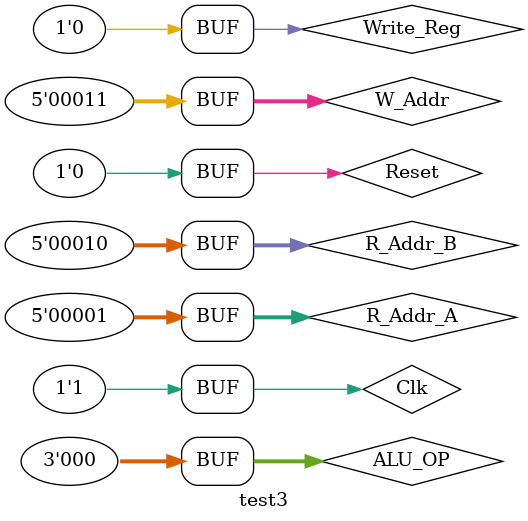
<source format=v>
`timescale 1ns / 1ps


module test3;

	// Inputs
	reg Clk;
	reg Reset;
	reg [4:0] R_Addr_A;
	reg [4:0] R_Addr_B;
	reg [4:0] W_Addr;
	reg Write_Reg;
	reg [2:0] ALU_OP;

	// Outputs
	wire ZF;
	wire OF;
	wire [31:0] R_Data_A;
	wire [31:0] R_Data_B;
	wire [31:0] W_Data;

	// Instantiate the Unit Under Test (UUT)
	ALU_REG uut (
		.Clk(Clk), 
		.Reset(Reset), 
		.R_Addr_A(R_Addr_A), 
		.R_Addr_B(R_Addr_B), 
		.W_Addr(W_Addr), 
		.Write_Reg(Write_Reg), 
		.ALU_OP(ALU_OP), 
		.ZF(ZF), 
		.OF(OF), 
		.R_Data_A(R_Data_A), 
		.R_Data_B(R_Data_B), 
		.W_Data(W_Data)
	);

	initial begin
		Clk = 0;
		Reset = 0;
		R_Addr_A = 0;
		R_Addr_B = 0;
		W_Addr = 5'b00001;
		Write_Reg = 1;
		ALU_OP = 0;	
		#100;
		
		Clk = 1;
		Reset = 0;
		R_Addr_A = 0;
		R_Addr_B = 0;
		W_Addr = 5'b00010;
		Write_Reg = 1;
		ALU_OP = 0;	
		#100;
		
		Clk = 0;
		Reset = 0;
		R_Addr_A = 5'b00001;
		R_Addr_B = 5'b00010;
		W_Addr = 5'b00011;
		Write_Reg = 0;
		ALU_OP = 0;	
		#100;
		
		Clk = 1;
		Reset = 0;
		R_Addr_A = 5'b00001;
		R_Addr_B = 5'b00010;
		W_Addr = 5'b00011;
		Write_Reg = 0;
		ALU_OP = 0;	
		#100;

	end
      
endmodule


</source>
